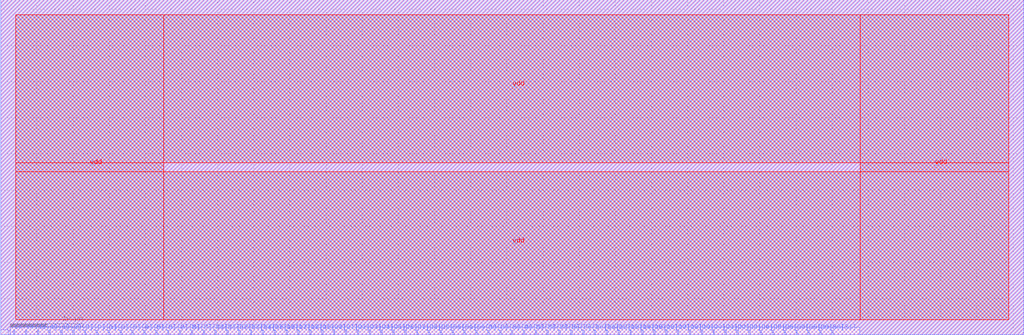
<source format=lef>
# TPT/COMELEC: Modèle générique Généré par gen_hcmos9_ram pour l'ue ELEC342 SOC  V1.0 Fri Jun 17 17:42:05 2011  */
#
VERSION 5.4 ;
NAMESCASESENSITIVE ON ;
DIVIDERCHAR "|" ;
BUSBITCHARS "[]" ;

MACRO tpt_hcmos9_spram_DEPTH128_WIDTH32
    CLASS BLOCK ;
    FOREIGN tpt_hcmos9_spram_DEPTH128_WIDTH32 0.0 0.0 ;
    ORIGIN 0.0 0.0 ;
    SIZE 141.45 BY 46.33 ;
    SYMMETRY X Y R90 ;
    SITE CORE ;


  PIN CK
      FOREIGN CK ;
      DIRECTION INPUT ;
      USE SIGNAL ;
      PORT 
          LAYER M3 ;
	  RECT 1.745 0.000 1.945 0.635 ;
      END
  END CK


  PIN WRITE
      FOREIGN WRITE ;
      DIRECTION INPUT ;
      USE SIGNAL ;
      PORT 
          LAYER M3 ;
	  RECT 3.385 0.000 3.585 0.635 ;
      END
  END WRITE

   
     PIN AD[0]
         FOREIGN AD[0] ;
         DIRECTION INPUT ;
         USE SIGNAL ;
         PORT 
             LAYER M3 ;
   	  RECT 5.025 0.000 5.225 0.635 ;
         END
     END AD[0]
     
   
     PIN AD[1]
         FOREIGN AD[1] ;
         DIRECTION INPUT ;
         USE SIGNAL ;
         PORT 
             LAYER M3 ;
   	  RECT 6.665 0.000 6.865 0.635 ;
         END
     END AD[1]
     
   
     PIN AD[2]
         FOREIGN AD[2] ;
         DIRECTION INPUT ;
         USE SIGNAL ;
         PORT 
             LAYER M3 ;
   	  RECT 8.305 0.000 8.505 0.635 ;
         END
     END AD[2]
     
   
     PIN AD[3]
         FOREIGN AD[3] ;
         DIRECTION INPUT ;
         USE SIGNAL ;
         PORT 
             LAYER M3 ;
   	  RECT 9.945 0.000 10.145 0.635 ;
         END
     END AD[3]
     
   
     PIN DI[0]
         FOREIGN DI[0] ;
         DIRECTION INPUT ;
         USE SIGNAL ;
         PORT 
             LAYER M3 ;
   	  RECT 11.585 0.000 11.785 0.635 ;
         END
     END DI[0]
     
   
     PIN DI[1]
         FOREIGN DI[1] ;
         DIRECTION INPUT ;
         USE SIGNAL ;
         PORT 
             LAYER M3 ;
   	  RECT 13.225 0.000 13.425 0.635 ;
         END
     END DI[1]
     
   
     PIN DI[2]
         FOREIGN DI[2] ;
         DIRECTION INPUT ;
         USE SIGNAL ;
         PORT 
             LAYER M3 ;
   	  RECT 14.865 0.000 15.065 0.635 ;
         END
     END DI[2]
     
   
     PIN DI[3]
         FOREIGN DI[3] ;
         DIRECTION INPUT ;
         USE SIGNAL ;
         PORT 
             LAYER M3 ;
   	  RECT 16.505 0.000 16.705 0.635 ;
         END
     END DI[3]
     
   
     PIN DI[4]
         FOREIGN DI[4] ;
         DIRECTION INPUT ;
         USE SIGNAL ;
         PORT 
             LAYER M3 ;
   	  RECT 18.145 0.000 18.345 0.635 ;
         END
     END DI[4]
     
   
     PIN DI[5]
         FOREIGN DI[5] ;
         DIRECTION INPUT ;
         USE SIGNAL ;
         PORT 
             LAYER M3 ;
   	  RECT 19.785 0.000 19.985 0.635 ;
         END
     END DI[5]
     
   
     PIN DI[6]
         FOREIGN DI[6] ;
         DIRECTION INPUT ;
         USE SIGNAL ;
         PORT 
             LAYER M3 ;
   	  RECT 21.425 0.000 21.625 0.635 ;
         END
     END DI[6]
     
   
     PIN DI[7]
         FOREIGN DI[7] ;
         DIRECTION INPUT ;
         USE SIGNAL ;
         PORT 
             LAYER M3 ;
   	  RECT 23.065 0.000 23.265 0.635 ;
         END
     END DI[7]
     
   
     PIN DI[8]
         FOREIGN DI[8] ;
         DIRECTION INPUT ;
         USE SIGNAL ;
         PORT 
             LAYER M3 ;
   	  RECT 24.705 0.000 24.905 0.635 ;
         END
     END DI[8]
     
   
     PIN DI[9]
         FOREIGN DI[9] ;
         DIRECTION INPUT ;
         USE SIGNAL ;
         PORT 
             LAYER M3 ;
   	  RECT 26.345 0.000 26.545 0.635 ;
         END
     END DI[9]
     
   
     PIN DI[10]
         FOREIGN DI[10] ;
         DIRECTION INPUT ;
         USE SIGNAL ;
         PORT 
             LAYER M3 ;
   	  RECT 27.985 0.000 28.185 0.635 ;
         END
     END DI[10]
     
   
     PIN DI[11]
         FOREIGN DI[11] ;
         DIRECTION INPUT ;
         USE SIGNAL ;
         PORT 
             LAYER M3 ;
   	  RECT 29.625 0.000 29.825 0.635 ;
         END
     END DI[11]
     
   
     PIN DI[12]
         FOREIGN DI[12] ;
         DIRECTION INPUT ;
         USE SIGNAL ;
         PORT 
             LAYER M3 ;
   	  RECT 31.265 0.000 31.465 0.635 ;
         END
     END DI[12]
     
   
     PIN DI[13]
         FOREIGN DI[13] ;
         DIRECTION INPUT ;
         USE SIGNAL ;
         PORT 
             LAYER M3 ;
   	  RECT 32.905 0.000 33.105 0.635 ;
         END
     END DI[13]
     
   
     PIN DI[14]
         FOREIGN DI[14] ;
         DIRECTION INPUT ;
         USE SIGNAL ;
         PORT 
             LAYER M3 ;
   	  RECT 34.545 0.000 34.745 0.635 ;
         END
     END DI[14]
     
   
     PIN DI[15]
         FOREIGN DI[15] ;
         DIRECTION INPUT ;
         USE SIGNAL ;
         PORT 
             LAYER M3 ;
   	  RECT 36.185 0.000 36.385 0.635 ;
         END
     END DI[15]
     
   
     PIN DI[16]
         FOREIGN DI[16] ;
         DIRECTION INPUT ;
         USE SIGNAL ;
         PORT 
             LAYER M3 ;
   	  RECT 37.825 0.000 38.025 0.635 ;
         END
     END DI[16]
     
   
     PIN DI[17]
         FOREIGN DI[17] ;
         DIRECTION INPUT ;
         USE SIGNAL ;
         PORT 
             LAYER M3 ;
   	  RECT 39.465 0.000 39.665 0.635 ;
         END
     END DI[17]
     
   
     PIN DI[18]
         FOREIGN DI[18] ;
         DIRECTION INPUT ;
         USE SIGNAL ;
         PORT 
             LAYER M3 ;
   	  RECT 41.105 0.000 41.305 0.635 ;
         END
     END DI[18]
     
   
     PIN DI[19]
         FOREIGN DI[19] ;
         DIRECTION INPUT ;
         USE SIGNAL ;
         PORT 
             LAYER M3 ;
   	  RECT 42.745 0.000 42.945 0.635 ;
         END
     END DI[19]
     
   
     PIN DI[20]
         FOREIGN DI[20] ;
         DIRECTION INPUT ;
         USE SIGNAL ;
         PORT 
             LAYER M3 ;
   	  RECT 44.385 0.000 44.585 0.635 ;
         END
     END DI[20]
     
   
     PIN DI[21]
         FOREIGN DI[21] ;
         DIRECTION INPUT ;
         USE SIGNAL ;
         PORT 
             LAYER M3 ;
   	  RECT 46.025 0.000 46.225 0.635 ;
         END
     END DI[21]
     
   
     PIN DI[22]
         FOREIGN DI[22] ;
         DIRECTION INPUT ;
         USE SIGNAL ;
         PORT 
             LAYER M3 ;
   	  RECT 47.665 0.000 47.865 0.635 ;
         END
     END DI[22]
     
   
     PIN DI[23]
         FOREIGN DI[23] ;
         DIRECTION INPUT ;
         USE SIGNAL ;
         PORT 
             LAYER M3 ;
   	  RECT 49.305 0.000 49.505 0.635 ;
         END
     END DI[23]
     
   
     PIN DI[24]
         FOREIGN DI[24] ;
         DIRECTION INPUT ;
         USE SIGNAL ;
         PORT 
             LAYER M3 ;
   	  RECT 50.945 0.000 51.145 0.635 ;
         END
     END DI[24]
     
   
     PIN DI[25]
         FOREIGN DI[25] ;
         DIRECTION INPUT ;
         USE SIGNAL ;
         PORT 
             LAYER M3 ;
   	  RECT 52.585 0.000 52.785 0.635 ;
         END
     END DI[25]
     
   
     PIN DI[26]
         FOREIGN DI[26] ;
         DIRECTION INPUT ;
         USE SIGNAL ;
         PORT 
             LAYER M3 ;
   	  RECT 54.225 0.000 54.425 0.635 ;
         END
     END DI[26]
     
   
     PIN DI[27]
         FOREIGN DI[27] ;
         DIRECTION INPUT ;
         USE SIGNAL ;
         PORT 
             LAYER M3 ;
   	  RECT 55.865 0.000 56.065 0.635 ;
         END
     END DI[27]
     
   
     PIN DI[28]
         FOREIGN DI[28] ;
         DIRECTION INPUT ;
         USE SIGNAL ;
         PORT 
             LAYER M3 ;
   	  RECT 57.505 0.000 57.705 0.635 ;
         END
     END DI[28]
     
   
     PIN DI[29]
         FOREIGN DI[29] ;
         DIRECTION INPUT ;
         USE SIGNAL ;
         PORT 
             LAYER M3 ;
   	  RECT 59.145 0.000 59.345 0.635 ;
         END
     END DI[29]
     
   
     PIN DI[30]
         FOREIGN DI[30] ;
         DIRECTION INPUT ;
         USE SIGNAL ;
         PORT 
             LAYER M3 ;
   	  RECT 60.785 0.000 60.985 0.635 ;
         END
     END DI[30]
     
   
     PIN DI[31]
         FOREIGN DI[31] ;
         DIRECTION INPUT ;
         USE SIGNAL ;
         PORT 
             LAYER M3 ;
   	  RECT 62.425 0.000 62.625 0.635 ;
         END
     END DI[31]
     
   
     PIN DO[0]
         FOREIGN DO[0] ;
         DIRECTION OUTPUT ;
         USE SIGNAL ;
         PORT 
             LAYER M3 ;
   	  RECT 64.065 0.000 64.265 0.635 ;
         END
     END DO[0]
     
   
     PIN DO[1]
         FOREIGN DO[1] ;
         DIRECTION OUTPUT ;
         USE SIGNAL ;
         PORT 
             LAYER M3 ;
   	  RECT 65.705 0.000 65.905 0.635 ;
         END
     END DO[1]
     
   
     PIN DO[2]
         FOREIGN DO[2] ;
         DIRECTION OUTPUT ;
         USE SIGNAL ;
         PORT 
             LAYER M3 ;
   	  RECT 67.345 0.000 67.545 0.635 ;
         END
     END DO[2]
     
   
     PIN DO[3]
         FOREIGN DO[3] ;
         DIRECTION OUTPUT ;
         USE SIGNAL ;
         PORT 
             LAYER M3 ;
   	  RECT 68.985 0.000 69.185 0.635 ;
         END
     END DO[3]
     
   
     PIN DO[4]
         FOREIGN DO[4] ;
         DIRECTION OUTPUT ;
         USE SIGNAL ;
         PORT 
             LAYER M3 ;
   	  RECT 70.625 0.000 70.825 0.635 ;
         END
     END DO[4]
     
   
     PIN DO[5]
         FOREIGN DO[5] ;
         DIRECTION OUTPUT ;
         USE SIGNAL ;
         PORT 
             LAYER M3 ;
   	  RECT 72.265 0.000 72.465 0.635 ;
         END
     END DO[5]
     
   
     PIN DO[6]
         FOREIGN DO[6] ;
         DIRECTION OUTPUT ;
         USE SIGNAL ;
         PORT 
             LAYER M3 ;
   	  RECT 73.905 0.000 74.105 0.635 ;
         END
     END DO[6]
     
   
     PIN DO[7]
         FOREIGN DO[7] ;
         DIRECTION OUTPUT ;
         USE SIGNAL ;
         PORT 
             LAYER M3 ;
   	  RECT 75.545 0.000 75.745 0.635 ;
         END
     END DO[7]
     
   
     PIN DO[8]
         FOREIGN DO[8] ;
         DIRECTION OUTPUT ;
         USE SIGNAL ;
         PORT 
             LAYER M3 ;
   	  RECT 77.185 0.000 77.385 0.635 ;
         END
     END DO[8]
     
   
     PIN DO[9]
         FOREIGN DO[9] ;
         DIRECTION OUTPUT ;
         USE SIGNAL ;
         PORT 
             LAYER M3 ;
   	  RECT 78.825 0.000 79.025 0.635 ;
         END
     END DO[9]
     
   
     PIN DO[10]
         FOREIGN DO[10] ;
         DIRECTION OUTPUT ;
         USE SIGNAL ;
         PORT 
             LAYER M3 ;
   	  RECT 80.465 0.000 80.665 0.635 ;
         END
     END DO[10]
     
   
     PIN DO[11]
         FOREIGN DO[11] ;
         DIRECTION OUTPUT ;
         USE SIGNAL ;
         PORT 
             LAYER M3 ;
   	  RECT 82.105 0.000 82.305 0.635 ;
         END
     END DO[11]
     
   
     PIN DO[12]
         FOREIGN DO[12] ;
         DIRECTION OUTPUT ;
         USE SIGNAL ;
         PORT 
             LAYER M3 ;
   	  RECT 83.745 0.000 83.945 0.635 ;
         END
     END DO[12]
     
   
     PIN DO[13]
         FOREIGN DO[13] ;
         DIRECTION OUTPUT ;
         USE SIGNAL ;
         PORT 
             LAYER M3 ;
   	  RECT 85.385 0.000 85.585 0.635 ;
         END
     END DO[13]
     
   
     PIN DO[14]
         FOREIGN DO[14] ;
         DIRECTION OUTPUT ;
         USE SIGNAL ;
         PORT 
             LAYER M3 ;
   	  RECT 87.025 0.000 87.225 0.635 ;
         END
     END DO[14]
     
   
     PIN DO[15]
         FOREIGN DO[15] ;
         DIRECTION OUTPUT ;
         USE SIGNAL ;
         PORT 
             LAYER M3 ;
   	  RECT 88.665 0.000 88.865 0.635 ;
         END
     END DO[15]
     
   
     PIN DO[16]
         FOREIGN DO[16] ;
         DIRECTION OUTPUT ;
         USE SIGNAL ;
         PORT 
             LAYER M3 ;
   	  RECT 90.305 0.000 90.505 0.635 ;
         END
     END DO[16]
     
   
     PIN DO[17]
         FOREIGN DO[17] ;
         DIRECTION OUTPUT ;
         USE SIGNAL ;
         PORT 
             LAYER M3 ;
   	  RECT 91.945 0.000 92.145 0.635 ;
         END
     END DO[17]
     
   
     PIN DO[18]
         FOREIGN DO[18] ;
         DIRECTION OUTPUT ;
         USE SIGNAL ;
         PORT 
             LAYER M3 ;
   	  RECT 93.585 0.000 93.785 0.635 ;
         END
     END DO[18]
     
   
     PIN DO[19]
         FOREIGN DO[19] ;
         DIRECTION OUTPUT ;
         USE SIGNAL ;
         PORT 
             LAYER M3 ;
   	  RECT 95.225 0.000 95.425 0.635 ;
         END
     END DO[19]
     
   
     PIN DO[20]
         FOREIGN DO[20] ;
         DIRECTION OUTPUT ;
         USE SIGNAL ;
         PORT 
             LAYER M3 ;
   	  RECT 96.865 0.000 97.065 0.635 ;
         END
     END DO[20]
     
   
     PIN DO[21]
         FOREIGN DO[21] ;
         DIRECTION OUTPUT ;
         USE SIGNAL ;
         PORT 
             LAYER M3 ;
   	  RECT 98.505 0.000 98.705 0.635 ;
         END
     END DO[21]
     
   
     PIN DO[22]
         FOREIGN DO[22] ;
         DIRECTION OUTPUT ;
         USE SIGNAL ;
         PORT 
             LAYER M3 ;
   	  RECT 100.145 0.000 100.345 0.635 ;
         END
     END DO[22]
     
   
     PIN DO[23]
         FOREIGN DO[23] ;
         DIRECTION OUTPUT ;
         USE SIGNAL ;
         PORT 
             LAYER M3 ;
   	  RECT 101.785 0.000 101.985 0.635 ;
         END
     END DO[23]
     
   
     PIN DO[24]
         FOREIGN DO[24] ;
         DIRECTION OUTPUT ;
         USE SIGNAL ;
         PORT 
             LAYER M3 ;
   	  RECT 103.425 0.000 103.625 0.635 ;
         END
     END DO[24]
     
   
     PIN DO[25]
         FOREIGN DO[25] ;
         DIRECTION OUTPUT ;
         USE SIGNAL ;
         PORT 
             LAYER M3 ;
   	  RECT 105.065 0.000 105.265 0.635 ;
         END
     END DO[25]
     
   
     PIN DO[26]
         FOREIGN DO[26] ;
         DIRECTION OUTPUT ;
         USE SIGNAL ;
         PORT 
             LAYER M3 ;
   	  RECT 106.705 0.000 106.905 0.635 ;
         END
     END DO[26]
     
   
     PIN DO[27]
         FOREIGN DO[27] ;
         DIRECTION OUTPUT ;
         USE SIGNAL ;
         PORT 
             LAYER M3 ;
   	  RECT 108.345 0.000 108.545 0.635 ;
         END
     END DO[27]
     
   
     PIN DO[28]
         FOREIGN DO[28] ;
         DIRECTION OUTPUT ;
         USE SIGNAL ;
         PORT 
             LAYER M3 ;
   	  RECT 109.985 0.000 110.185 0.635 ;
         END
     END DO[28]
     
   
     PIN DO[29]
         FOREIGN DO[29] ;
         DIRECTION OUTPUT ;
         USE SIGNAL ;
         PORT 
             LAYER M3 ;
   	  RECT 111.625 0.000 111.825 0.635 ;
         END
     END DO[29]
     
   
     PIN DO[30]
         FOREIGN DO[30] ;
         DIRECTION OUTPUT ;
         USE SIGNAL ;
         PORT 
             LAYER M3 ;
   	  RECT 113.265 0.000 113.465 0.635 ;
         END
     END DO[30]
     
   
     PIN DO[31]
         FOREIGN DO[31] ;
         DIRECTION OUTPUT ;
         USE SIGNAL ;
         PORT 
             LAYER M3 ;
   	  RECT 114.905 0.000 115.105 0.635 ;
         END
     END DO[31]
     

  PIN gnd
    FOREIGN gnd ;
    DIRECTION INOUT ;
    USE GROUND ;
    SHAPE ABUTMENT ;
    PORT
      LAYER M5 ;
      RECT 2.050 2.050 139.400 22.550 ;
    END
    PORT
      LAYER M5 ;
      RECT 2.050 23.780 139.400 44.280 ;
    END
    PORT
      LAYER M5 ;
      RECT 2.050 2.050 22.550 44.280 ;
    END
    PORT
      LAYER M5 ;
      RECT 118.900 2.050 139.400 44.280 ;
    END
  END gnd


  PIN vdd 
    FOREIGN gnd ;
    DIRECTION INOUT ;
    USE POWER ;
    SHAPE ABUTMENT ;
    PORT
      LAYER M6 ;
      RECT 2.050 2.050 139.400 22.550 ;
    END
    PORT
      LAYER M6 ;
      RECT 2.050 23.780 139.400 44.280 ;
    END
    PORT
      LAYER M6 ;
      RECT 2.050 2.050 22.550 44.280 ;
    END
    PORT
      LAYER M6 ;
      RECT 118.900 2.050 139.400 44.280 ;
    END
  END vdd


  OBS
    LAYER M1 ;
    POLYGON
        0 0
        141.45 0
        141.45 46.33
        0 46.33 ;
    
    LAYER M2 ;
    POLYGON
       1.045 0
       141.45 0
       141.45 46.33
       0 46.33
       0 0.715
       1.045 0.715 ;
    
    LAYER M3 ;
    POLYGON
       141.45 0
       141.45 46.33
       0 46.33
       0 0
       1.335 0
       1.335 1.045
       118.795 1.045
       118.795 0 ;

   END
  END tpt_hcmos9_spram_DEPTH128_WIDTH32
END LIBRARY

</source>
